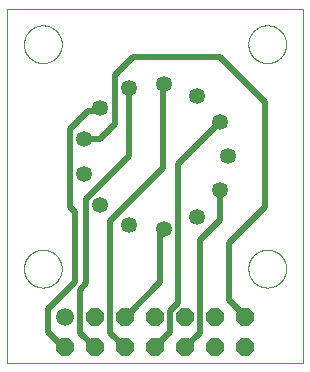
<source format=gbl>
G75*
%MOIN*%
%OFA0B0*%
%FSLAX25Y25*%
%IPPOS*%
%LPD*%
%AMOC8*
5,1,8,0,0,1.08239X$1,22.5*
%
%ADD10C,0.00000*%
%ADD11C,0.05307*%
%ADD12C,0.05937*%
%ADD13OC8,0.05937*%
%ADD14C,0.02000*%
D10*
X0001000Y0010264D02*
X0001000Y0128374D01*
X0099425Y0128374D01*
X0099425Y0010264D01*
X0001000Y0010264D01*
X0006512Y0041760D02*
X0006514Y0041918D01*
X0006520Y0042076D01*
X0006530Y0042234D01*
X0006544Y0042392D01*
X0006562Y0042549D01*
X0006583Y0042706D01*
X0006609Y0042862D01*
X0006639Y0043018D01*
X0006672Y0043173D01*
X0006710Y0043326D01*
X0006751Y0043479D01*
X0006796Y0043631D01*
X0006845Y0043782D01*
X0006898Y0043931D01*
X0006954Y0044079D01*
X0007014Y0044225D01*
X0007078Y0044370D01*
X0007146Y0044513D01*
X0007217Y0044655D01*
X0007291Y0044795D01*
X0007369Y0044932D01*
X0007451Y0045068D01*
X0007535Y0045202D01*
X0007624Y0045333D01*
X0007715Y0045462D01*
X0007810Y0045589D01*
X0007907Y0045714D01*
X0008008Y0045836D01*
X0008112Y0045955D01*
X0008219Y0046072D01*
X0008329Y0046186D01*
X0008442Y0046297D01*
X0008557Y0046406D01*
X0008675Y0046511D01*
X0008796Y0046613D01*
X0008919Y0046713D01*
X0009045Y0046809D01*
X0009173Y0046902D01*
X0009303Y0046992D01*
X0009436Y0047078D01*
X0009571Y0047162D01*
X0009707Y0047241D01*
X0009846Y0047318D01*
X0009987Y0047390D01*
X0010129Y0047460D01*
X0010273Y0047525D01*
X0010419Y0047587D01*
X0010566Y0047645D01*
X0010715Y0047700D01*
X0010865Y0047751D01*
X0011016Y0047798D01*
X0011168Y0047841D01*
X0011321Y0047880D01*
X0011476Y0047916D01*
X0011631Y0047947D01*
X0011787Y0047975D01*
X0011943Y0047999D01*
X0012100Y0048019D01*
X0012258Y0048035D01*
X0012415Y0048047D01*
X0012574Y0048055D01*
X0012732Y0048059D01*
X0012890Y0048059D01*
X0013048Y0048055D01*
X0013207Y0048047D01*
X0013364Y0048035D01*
X0013522Y0048019D01*
X0013679Y0047999D01*
X0013835Y0047975D01*
X0013991Y0047947D01*
X0014146Y0047916D01*
X0014301Y0047880D01*
X0014454Y0047841D01*
X0014606Y0047798D01*
X0014757Y0047751D01*
X0014907Y0047700D01*
X0015056Y0047645D01*
X0015203Y0047587D01*
X0015349Y0047525D01*
X0015493Y0047460D01*
X0015635Y0047390D01*
X0015776Y0047318D01*
X0015915Y0047241D01*
X0016051Y0047162D01*
X0016186Y0047078D01*
X0016319Y0046992D01*
X0016449Y0046902D01*
X0016577Y0046809D01*
X0016703Y0046713D01*
X0016826Y0046613D01*
X0016947Y0046511D01*
X0017065Y0046406D01*
X0017180Y0046297D01*
X0017293Y0046186D01*
X0017403Y0046072D01*
X0017510Y0045955D01*
X0017614Y0045836D01*
X0017715Y0045714D01*
X0017812Y0045589D01*
X0017907Y0045462D01*
X0017998Y0045333D01*
X0018087Y0045202D01*
X0018171Y0045068D01*
X0018253Y0044932D01*
X0018331Y0044795D01*
X0018405Y0044655D01*
X0018476Y0044513D01*
X0018544Y0044370D01*
X0018608Y0044225D01*
X0018668Y0044079D01*
X0018724Y0043931D01*
X0018777Y0043782D01*
X0018826Y0043631D01*
X0018871Y0043479D01*
X0018912Y0043326D01*
X0018950Y0043173D01*
X0018983Y0043018D01*
X0019013Y0042862D01*
X0019039Y0042706D01*
X0019060Y0042549D01*
X0019078Y0042392D01*
X0019092Y0042234D01*
X0019102Y0042076D01*
X0019108Y0041918D01*
X0019110Y0041760D01*
X0019108Y0041602D01*
X0019102Y0041444D01*
X0019092Y0041286D01*
X0019078Y0041128D01*
X0019060Y0040971D01*
X0019039Y0040814D01*
X0019013Y0040658D01*
X0018983Y0040502D01*
X0018950Y0040347D01*
X0018912Y0040194D01*
X0018871Y0040041D01*
X0018826Y0039889D01*
X0018777Y0039738D01*
X0018724Y0039589D01*
X0018668Y0039441D01*
X0018608Y0039295D01*
X0018544Y0039150D01*
X0018476Y0039007D01*
X0018405Y0038865D01*
X0018331Y0038725D01*
X0018253Y0038588D01*
X0018171Y0038452D01*
X0018087Y0038318D01*
X0017998Y0038187D01*
X0017907Y0038058D01*
X0017812Y0037931D01*
X0017715Y0037806D01*
X0017614Y0037684D01*
X0017510Y0037565D01*
X0017403Y0037448D01*
X0017293Y0037334D01*
X0017180Y0037223D01*
X0017065Y0037114D01*
X0016947Y0037009D01*
X0016826Y0036907D01*
X0016703Y0036807D01*
X0016577Y0036711D01*
X0016449Y0036618D01*
X0016319Y0036528D01*
X0016186Y0036442D01*
X0016051Y0036358D01*
X0015915Y0036279D01*
X0015776Y0036202D01*
X0015635Y0036130D01*
X0015493Y0036060D01*
X0015349Y0035995D01*
X0015203Y0035933D01*
X0015056Y0035875D01*
X0014907Y0035820D01*
X0014757Y0035769D01*
X0014606Y0035722D01*
X0014454Y0035679D01*
X0014301Y0035640D01*
X0014146Y0035604D01*
X0013991Y0035573D01*
X0013835Y0035545D01*
X0013679Y0035521D01*
X0013522Y0035501D01*
X0013364Y0035485D01*
X0013207Y0035473D01*
X0013048Y0035465D01*
X0012890Y0035461D01*
X0012732Y0035461D01*
X0012574Y0035465D01*
X0012415Y0035473D01*
X0012258Y0035485D01*
X0012100Y0035501D01*
X0011943Y0035521D01*
X0011787Y0035545D01*
X0011631Y0035573D01*
X0011476Y0035604D01*
X0011321Y0035640D01*
X0011168Y0035679D01*
X0011016Y0035722D01*
X0010865Y0035769D01*
X0010715Y0035820D01*
X0010566Y0035875D01*
X0010419Y0035933D01*
X0010273Y0035995D01*
X0010129Y0036060D01*
X0009987Y0036130D01*
X0009846Y0036202D01*
X0009707Y0036279D01*
X0009571Y0036358D01*
X0009436Y0036442D01*
X0009303Y0036528D01*
X0009173Y0036618D01*
X0009045Y0036711D01*
X0008919Y0036807D01*
X0008796Y0036907D01*
X0008675Y0037009D01*
X0008557Y0037114D01*
X0008442Y0037223D01*
X0008329Y0037334D01*
X0008219Y0037448D01*
X0008112Y0037565D01*
X0008008Y0037684D01*
X0007907Y0037806D01*
X0007810Y0037931D01*
X0007715Y0038058D01*
X0007624Y0038187D01*
X0007535Y0038318D01*
X0007451Y0038452D01*
X0007369Y0038588D01*
X0007291Y0038725D01*
X0007217Y0038865D01*
X0007146Y0039007D01*
X0007078Y0039150D01*
X0007014Y0039295D01*
X0006954Y0039441D01*
X0006898Y0039589D01*
X0006845Y0039738D01*
X0006796Y0039889D01*
X0006751Y0040041D01*
X0006710Y0040194D01*
X0006672Y0040347D01*
X0006639Y0040502D01*
X0006609Y0040658D01*
X0006583Y0040814D01*
X0006562Y0040971D01*
X0006544Y0041128D01*
X0006530Y0041286D01*
X0006520Y0041444D01*
X0006514Y0041602D01*
X0006512Y0041760D01*
X0006512Y0116563D02*
X0006514Y0116721D01*
X0006520Y0116879D01*
X0006530Y0117037D01*
X0006544Y0117195D01*
X0006562Y0117352D01*
X0006583Y0117509D01*
X0006609Y0117665D01*
X0006639Y0117821D01*
X0006672Y0117976D01*
X0006710Y0118129D01*
X0006751Y0118282D01*
X0006796Y0118434D01*
X0006845Y0118585D01*
X0006898Y0118734D01*
X0006954Y0118882D01*
X0007014Y0119028D01*
X0007078Y0119173D01*
X0007146Y0119316D01*
X0007217Y0119458D01*
X0007291Y0119598D01*
X0007369Y0119735D01*
X0007451Y0119871D01*
X0007535Y0120005D01*
X0007624Y0120136D01*
X0007715Y0120265D01*
X0007810Y0120392D01*
X0007907Y0120517D01*
X0008008Y0120639D01*
X0008112Y0120758D01*
X0008219Y0120875D01*
X0008329Y0120989D01*
X0008442Y0121100D01*
X0008557Y0121209D01*
X0008675Y0121314D01*
X0008796Y0121416D01*
X0008919Y0121516D01*
X0009045Y0121612D01*
X0009173Y0121705D01*
X0009303Y0121795D01*
X0009436Y0121881D01*
X0009571Y0121965D01*
X0009707Y0122044D01*
X0009846Y0122121D01*
X0009987Y0122193D01*
X0010129Y0122263D01*
X0010273Y0122328D01*
X0010419Y0122390D01*
X0010566Y0122448D01*
X0010715Y0122503D01*
X0010865Y0122554D01*
X0011016Y0122601D01*
X0011168Y0122644D01*
X0011321Y0122683D01*
X0011476Y0122719D01*
X0011631Y0122750D01*
X0011787Y0122778D01*
X0011943Y0122802D01*
X0012100Y0122822D01*
X0012258Y0122838D01*
X0012415Y0122850D01*
X0012574Y0122858D01*
X0012732Y0122862D01*
X0012890Y0122862D01*
X0013048Y0122858D01*
X0013207Y0122850D01*
X0013364Y0122838D01*
X0013522Y0122822D01*
X0013679Y0122802D01*
X0013835Y0122778D01*
X0013991Y0122750D01*
X0014146Y0122719D01*
X0014301Y0122683D01*
X0014454Y0122644D01*
X0014606Y0122601D01*
X0014757Y0122554D01*
X0014907Y0122503D01*
X0015056Y0122448D01*
X0015203Y0122390D01*
X0015349Y0122328D01*
X0015493Y0122263D01*
X0015635Y0122193D01*
X0015776Y0122121D01*
X0015915Y0122044D01*
X0016051Y0121965D01*
X0016186Y0121881D01*
X0016319Y0121795D01*
X0016449Y0121705D01*
X0016577Y0121612D01*
X0016703Y0121516D01*
X0016826Y0121416D01*
X0016947Y0121314D01*
X0017065Y0121209D01*
X0017180Y0121100D01*
X0017293Y0120989D01*
X0017403Y0120875D01*
X0017510Y0120758D01*
X0017614Y0120639D01*
X0017715Y0120517D01*
X0017812Y0120392D01*
X0017907Y0120265D01*
X0017998Y0120136D01*
X0018087Y0120005D01*
X0018171Y0119871D01*
X0018253Y0119735D01*
X0018331Y0119598D01*
X0018405Y0119458D01*
X0018476Y0119316D01*
X0018544Y0119173D01*
X0018608Y0119028D01*
X0018668Y0118882D01*
X0018724Y0118734D01*
X0018777Y0118585D01*
X0018826Y0118434D01*
X0018871Y0118282D01*
X0018912Y0118129D01*
X0018950Y0117976D01*
X0018983Y0117821D01*
X0019013Y0117665D01*
X0019039Y0117509D01*
X0019060Y0117352D01*
X0019078Y0117195D01*
X0019092Y0117037D01*
X0019102Y0116879D01*
X0019108Y0116721D01*
X0019110Y0116563D01*
X0019108Y0116405D01*
X0019102Y0116247D01*
X0019092Y0116089D01*
X0019078Y0115931D01*
X0019060Y0115774D01*
X0019039Y0115617D01*
X0019013Y0115461D01*
X0018983Y0115305D01*
X0018950Y0115150D01*
X0018912Y0114997D01*
X0018871Y0114844D01*
X0018826Y0114692D01*
X0018777Y0114541D01*
X0018724Y0114392D01*
X0018668Y0114244D01*
X0018608Y0114098D01*
X0018544Y0113953D01*
X0018476Y0113810D01*
X0018405Y0113668D01*
X0018331Y0113528D01*
X0018253Y0113391D01*
X0018171Y0113255D01*
X0018087Y0113121D01*
X0017998Y0112990D01*
X0017907Y0112861D01*
X0017812Y0112734D01*
X0017715Y0112609D01*
X0017614Y0112487D01*
X0017510Y0112368D01*
X0017403Y0112251D01*
X0017293Y0112137D01*
X0017180Y0112026D01*
X0017065Y0111917D01*
X0016947Y0111812D01*
X0016826Y0111710D01*
X0016703Y0111610D01*
X0016577Y0111514D01*
X0016449Y0111421D01*
X0016319Y0111331D01*
X0016186Y0111245D01*
X0016051Y0111161D01*
X0015915Y0111082D01*
X0015776Y0111005D01*
X0015635Y0110933D01*
X0015493Y0110863D01*
X0015349Y0110798D01*
X0015203Y0110736D01*
X0015056Y0110678D01*
X0014907Y0110623D01*
X0014757Y0110572D01*
X0014606Y0110525D01*
X0014454Y0110482D01*
X0014301Y0110443D01*
X0014146Y0110407D01*
X0013991Y0110376D01*
X0013835Y0110348D01*
X0013679Y0110324D01*
X0013522Y0110304D01*
X0013364Y0110288D01*
X0013207Y0110276D01*
X0013048Y0110268D01*
X0012890Y0110264D01*
X0012732Y0110264D01*
X0012574Y0110268D01*
X0012415Y0110276D01*
X0012258Y0110288D01*
X0012100Y0110304D01*
X0011943Y0110324D01*
X0011787Y0110348D01*
X0011631Y0110376D01*
X0011476Y0110407D01*
X0011321Y0110443D01*
X0011168Y0110482D01*
X0011016Y0110525D01*
X0010865Y0110572D01*
X0010715Y0110623D01*
X0010566Y0110678D01*
X0010419Y0110736D01*
X0010273Y0110798D01*
X0010129Y0110863D01*
X0009987Y0110933D01*
X0009846Y0111005D01*
X0009707Y0111082D01*
X0009571Y0111161D01*
X0009436Y0111245D01*
X0009303Y0111331D01*
X0009173Y0111421D01*
X0009045Y0111514D01*
X0008919Y0111610D01*
X0008796Y0111710D01*
X0008675Y0111812D01*
X0008557Y0111917D01*
X0008442Y0112026D01*
X0008329Y0112137D01*
X0008219Y0112251D01*
X0008112Y0112368D01*
X0008008Y0112487D01*
X0007907Y0112609D01*
X0007810Y0112734D01*
X0007715Y0112861D01*
X0007624Y0112990D01*
X0007535Y0113121D01*
X0007451Y0113255D01*
X0007369Y0113391D01*
X0007291Y0113528D01*
X0007217Y0113668D01*
X0007146Y0113810D01*
X0007078Y0113953D01*
X0007014Y0114098D01*
X0006954Y0114244D01*
X0006898Y0114392D01*
X0006845Y0114541D01*
X0006796Y0114692D01*
X0006751Y0114844D01*
X0006710Y0114997D01*
X0006672Y0115150D01*
X0006639Y0115305D01*
X0006609Y0115461D01*
X0006583Y0115617D01*
X0006562Y0115774D01*
X0006544Y0115931D01*
X0006530Y0116089D01*
X0006520Y0116247D01*
X0006514Y0116405D01*
X0006512Y0116563D01*
X0081315Y0116563D02*
X0081317Y0116721D01*
X0081323Y0116879D01*
X0081333Y0117037D01*
X0081347Y0117195D01*
X0081365Y0117352D01*
X0081386Y0117509D01*
X0081412Y0117665D01*
X0081442Y0117821D01*
X0081475Y0117976D01*
X0081513Y0118129D01*
X0081554Y0118282D01*
X0081599Y0118434D01*
X0081648Y0118585D01*
X0081701Y0118734D01*
X0081757Y0118882D01*
X0081817Y0119028D01*
X0081881Y0119173D01*
X0081949Y0119316D01*
X0082020Y0119458D01*
X0082094Y0119598D01*
X0082172Y0119735D01*
X0082254Y0119871D01*
X0082338Y0120005D01*
X0082427Y0120136D01*
X0082518Y0120265D01*
X0082613Y0120392D01*
X0082710Y0120517D01*
X0082811Y0120639D01*
X0082915Y0120758D01*
X0083022Y0120875D01*
X0083132Y0120989D01*
X0083245Y0121100D01*
X0083360Y0121209D01*
X0083478Y0121314D01*
X0083599Y0121416D01*
X0083722Y0121516D01*
X0083848Y0121612D01*
X0083976Y0121705D01*
X0084106Y0121795D01*
X0084239Y0121881D01*
X0084374Y0121965D01*
X0084510Y0122044D01*
X0084649Y0122121D01*
X0084790Y0122193D01*
X0084932Y0122263D01*
X0085076Y0122328D01*
X0085222Y0122390D01*
X0085369Y0122448D01*
X0085518Y0122503D01*
X0085668Y0122554D01*
X0085819Y0122601D01*
X0085971Y0122644D01*
X0086124Y0122683D01*
X0086279Y0122719D01*
X0086434Y0122750D01*
X0086590Y0122778D01*
X0086746Y0122802D01*
X0086903Y0122822D01*
X0087061Y0122838D01*
X0087218Y0122850D01*
X0087377Y0122858D01*
X0087535Y0122862D01*
X0087693Y0122862D01*
X0087851Y0122858D01*
X0088010Y0122850D01*
X0088167Y0122838D01*
X0088325Y0122822D01*
X0088482Y0122802D01*
X0088638Y0122778D01*
X0088794Y0122750D01*
X0088949Y0122719D01*
X0089104Y0122683D01*
X0089257Y0122644D01*
X0089409Y0122601D01*
X0089560Y0122554D01*
X0089710Y0122503D01*
X0089859Y0122448D01*
X0090006Y0122390D01*
X0090152Y0122328D01*
X0090296Y0122263D01*
X0090438Y0122193D01*
X0090579Y0122121D01*
X0090718Y0122044D01*
X0090854Y0121965D01*
X0090989Y0121881D01*
X0091122Y0121795D01*
X0091252Y0121705D01*
X0091380Y0121612D01*
X0091506Y0121516D01*
X0091629Y0121416D01*
X0091750Y0121314D01*
X0091868Y0121209D01*
X0091983Y0121100D01*
X0092096Y0120989D01*
X0092206Y0120875D01*
X0092313Y0120758D01*
X0092417Y0120639D01*
X0092518Y0120517D01*
X0092615Y0120392D01*
X0092710Y0120265D01*
X0092801Y0120136D01*
X0092890Y0120005D01*
X0092974Y0119871D01*
X0093056Y0119735D01*
X0093134Y0119598D01*
X0093208Y0119458D01*
X0093279Y0119316D01*
X0093347Y0119173D01*
X0093411Y0119028D01*
X0093471Y0118882D01*
X0093527Y0118734D01*
X0093580Y0118585D01*
X0093629Y0118434D01*
X0093674Y0118282D01*
X0093715Y0118129D01*
X0093753Y0117976D01*
X0093786Y0117821D01*
X0093816Y0117665D01*
X0093842Y0117509D01*
X0093863Y0117352D01*
X0093881Y0117195D01*
X0093895Y0117037D01*
X0093905Y0116879D01*
X0093911Y0116721D01*
X0093913Y0116563D01*
X0093911Y0116405D01*
X0093905Y0116247D01*
X0093895Y0116089D01*
X0093881Y0115931D01*
X0093863Y0115774D01*
X0093842Y0115617D01*
X0093816Y0115461D01*
X0093786Y0115305D01*
X0093753Y0115150D01*
X0093715Y0114997D01*
X0093674Y0114844D01*
X0093629Y0114692D01*
X0093580Y0114541D01*
X0093527Y0114392D01*
X0093471Y0114244D01*
X0093411Y0114098D01*
X0093347Y0113953D01*
X0093279Y0113810D01*
X0093208Y0113668D01*
X0093134Y0113528D01*
X0093056Y0113391D01*
X0092974Y0113255D01*
X0092890Y0113121D01*
X0092801Y0112990D01*
X0092710Y0112861D01*
X0092615Y0112734D01*
X0092518Y0112609D01*
X0092417Y0112487D01*
X0092313Y0112368D01*
X0092206Y0112251D01*
X0092096Y0112137D01*
X0091983Y0112026D01*
X0091868Y0111917D01*
X0091750Y0111812D01*
X0091629Y0111710D01*
X0091506Y0111610D01*
X0091380Y0111514D01*
X0091252Y0111421D01*
X0091122Y0111331D01*
X0090989Y0111245D01*
X0090854Y0111161D01*
X0090718Y0111082D01*
X0090579Y0111005D01*
X0090438Y0110933D01*
X0090296Y0110863D01*
X0090152Y0110798D01*
X0090006Y0110736D01*
X0089859Y0110678D01*
X0089710Y0110623D01*
X0089560Y0110572D01*
X0089409Y0110525D01*
X0089257Y0110482D01*
X0089104Y0110443D01*
X0088949Y0110407D01*
X0088794Y0110376D01*
X0088638Y0110348D01*
X0088482Y0110324D01*
X0088325Y0110304D01*
X0088167Y0110288D01*
X0088010Y0110276D01*
X0087851Y0110268D01*
X0087693Y0110264D01*
X0087535Y0110264D01*
X0087377Y0110268D01*
X0087218Y0110276D01*
X0087061Y0110288D01*
X0086903Y0110304D01*
X0086746Y0110324D01*
X0086590Y0110348D01*
X0086434Y0110376D01*
X0086279Y0110407D01*
X0086124Y0110443D01*
X0085971Y0110482D01*
X0085819Y0110525D01*
X0085668Y0110572D01*
X0085518Y0110623D01*
X0085369Y0110678D01*
X0085222Y0110736D01*
X0085076Y0110798D01*
X0084932Y0110863D01*
X0084790Y0110933D01*
X0084649Y0111005D01*
X0084510Y0111082D01*
X0084374Y0111161D01*
X0084239Y0111245D01*
X0084106Y0111331D01*
X0083976Y0111421D01*
X0083848Y0111514D01*
X0083722Y0111610D01*
X0083599Y0111710D01*
X0083478Y0111812D01*
X0083360Y0111917D01*
X0083245Y0112026D01*
X0083132Y0112137D01*
X0083022Y0112251D01*
X0082915Y0112368D01*
X0082811Y0112487D01*
X0082710Y0112609D01*
X0082613Y0112734D01*
X0082518Y0112861D01*
X0082427Y0112990D01*
X0082338Y0113121D01*
X0082254Y0113255D01*
X0082172Y0113391D01*
X0082094Y0113528D01*
X0082020Y0113668D01*
X0081949Y0113810D01*
X0081881Y0113953D01*
X0081817Y0114098D01*
X0081757Y0114244D01*
X0081701Y0114392D01*
X0081648Y0114541D01*
X0081599Y0114692D01*
X0081554Y0114844D01*
X0081513Y0114997D01*
X0081475Y0115150D01*
X0081442Y0115305D01*
X0081412Y0115461D01*
X0081386Y0115617D01*
X0081365Y0115774D01*
X0081347Y0115931D01*
X0081333Y0116089D01*
X0081323Y0116247D01*
X0081317Y0116405D01*
X0081315Y0116563D01*
X0081315Y0041760D02*
X0081317Y0041918D01*
X0081323Y0042076D01*
X0081333Y0042234D01*
X0081347Y0042392D01*
X0081365Y0042549D01*
X0081386Y0042706D01*
X0081412Y0042862D01*
X0081442Y0043018D01*
X0081475Y0043173D01*
X0081513Y0043326D01*
X0081554Y0043479D01*
X0081599Y0043631D01*
X0081648Y0043782D01*
X0081701Y0043931D01*
X0081757Y0044079D01*
X0081817Y0044225D01*
X0081881Y0044370D01*
X0081949Y0044513D01*
X0082020Y0044655D01*
X0082094Y0044795D01*
X0082172Y0044932D01*
X0082254Y0045068D01*
X0082338Y0045202D01*
X0082427Y0045333D01*
X0082518Y0045462D01*
X0082613Y0045589D01*
X0082710Y0045714D01*
X0082811Y0045836D01*
X0082915Y0045955D01*
X0083022Y0046072D01*
X0083132Y0046186D01*
X0083245Y0046297D01*
X0083360Y0046406D01*
X0083478Y0046511D01*
X0083599Y0046613D01*
X0083722Y0046713D01*
X0083848Y0046809D01*
X0083976Y0046902D01*
X0084106Y0046992D01*
X0084239Y0047078D01*
X0084374Y0047162D01*
X0084510Y0047241D01*
X0084649Y0047318D01*
X0084790Y0047390D01*
X0084932Y0047460D01*
X0085076Y0047525D01*
X0085222Y0047587D01*
X0085369Y0047645D01*
X0085518Y0047700D01*
X0085668Y0047751D01*
X0085819Y0047798D01*
X0085971Y0047841D01*
X0086124Y0047880D01*
X0086279Y0047916D01*
X0086434Y0047947D01*
X0086590Y0047975D01*
X0086746Y0047999D01*
X0086903Y0048019D01*
X0087061Y0048035D01*
X0087218Y0048047D01*
X0087377Y0048055D01*
X0087535Y0048059D01*
X0087693Y0048059D01*
X0087851Y0048055D01*
X0088010Y0048047D01*
X0088167Y0048035D01*
X0088325Y0048019D01*
X0088482Y0047999D01*
X0088638Y0047975D01*
X0088794Y0047947D01*
X0088949Y0047916D01*
X0089104Y0047880D01*
X0089257Y0047841D01*
X0089409Y0047798D01*
X0089560Y0047751D01*
X0089710Y0047700D01*
X0089859Y0047645D01*
X0090006Y0047587D01*
X0090152Y0047525D01*
X0090296Y0047460D01*
X0090438Y0047390D01*
X0090579Y0047318D01*
X0090718Y0047241D01*
X0090854Y0047162D01*
X0090989Y0047078D01*
X0091122Y0046992D01*
X0091252Y0046902D01*
X0091380Y0046809D01*
X0091506Y0046713D01*
X0091629Y0046613D01*
X0091750Y0046511D01*
X0091868Y0046406D01*
X0091983Y0046297D01*
X0092096Y0046186D01*
X0092206Y0046072D01*
X0092313Y0045955D01*
X0092417Y0045836D01*
X0092518Y0045714D01*
X0092615Y0045589D01*
X0092710Y0045462D01*
X0092801Y0045333D01*
X0092890Y0045202D01*
X0092974Y0045068D01*
X0093056Y0044932D01*
X0093134Y0044795D01*
X0093208Y0044655D01*
X0093279Y0044513D01*
X0093347Y0044370D01*
X0093411Y0044225D01*
X0093471Y0044079D01*
X0093527Y0043931D01*
X0093580Y0043782D01*
X0093629Y0043631D01*
X0093674Y0043479D01*
X0093715Y0043326D01*
X0093753Y0043173D01*
X0093786Y0043018D01*
X0093816Y0042862D01*
X0093842Y0042706D01*
X0093863Y0042549D01*
X0093881Y0042392D01*
X0093895Y0042234D01*
X0093905Y0042076D01*
X0093911Y0041918D01*
X0093913Y0041760D01*
X0093911Y0041602D01*
X0093905Y0041444D01*
X0093895Y0041286D01*
X0093881Y0041128D01*
X0093863Y0040971D01*
X0093842Y0040814D01*
X0093816Y0040658D01*
X0093786Y0040502D01*
X0093753Y0040347D01*
X0093715Y0040194D01*
X0093674Y0040041D01*
X0093629Y0039889D01*
X0093580Y0039738D01*
X0093527Y0039589D01*
X0093471Y0039441D01*
X0093411Y0039295D01*
X0093347Y0039150D01*
X0093279Y0039007D01*
X0093208Y0038865D01*
X0093134Y0038725D01*
X0093056Y0038588D01*
X0092974Y0038452D01*
X0092890Y0038318D01*
X0092801Y0038187D01*
X0092710Y0038058D01*
X0092615Y0037931D01*
X0092518Y0037806D01*
X0092417Y0037684D01*
X0092313Y0037565D01*
X0092206Y0037448D01*
X0092096Y0037334D01*
X0091983Y0037223D01*
X0091868Y0037114D01*
X0091750Y0037009D01*
X0091629Y0036907D01*
X0091506Y0036807D01*
X0091380Y0036711D01*
X0091252Y0036618D01*
X0091122Y0036528D01*
X0090989Y0036442D01*
X0090854Y0036358D01*
X0090718Y0036279D01*
X0090579Y0036202D01*
X0090438Y0036130D01*
X0090296Y0036060D01*
X0090152Y0035995D01*
X0090006Y0035933D01*
X0089859Y0035875D01*
X0089710Y0035820D01*
X0089560Y0035769D01*
X0089409Y0035722D01*
X0089257Y0035679D01*
X0089104Y0035640D01*
X0088949Y0035604D01*
X0088794Y0035573D01*
X0088638Y0035545D01*
X0088482Y0035521D01*
X0088325Y0035501D01*
X0088167Y0035485D01*
X0088010Y0035473D01*
X0087851Y0035465D01*
X0087693Y0035461D01*
X0087535Y0035461D01*
X0087377Y0035465D01*
X0087218Y0035473D01*
X0087061Y0035485D01*
X0086903Y0035501D01*
X0086746Y0035521D01*
X0086590Y0035545D01*
X0086434Y0035573D01*
X0086279Y0035604D01*
X0086124Y0035640D01*
X0085971Y0035679D01*
X0085819Y0035722D01*
X0085668Y0035769D01*
X0085518Y0035820D01*
X0085369Y0035875D01*
X0085222Y0035933D01*
X0085076Y0035995D01*
X0084932Y0036060D01*
X0084790Y0036130D01*
X0084649Y0036202D01*
X0084510Y0036279D01*
X0084374Y0036358D01*
X0084239Y0036442D01*
X0084106Y0036528D01*
X0083976Y0036618D01*
X0083848Y0036711D01*
X0083722Y0036807D01*
X0083599Y0036907D01*
X0083478Y0037009D01*
X0083360Y0037114D01*
X0083245Y0037223D01*
X0083132Y0037334D01*
X0083022Y0037448D01*
X0082915Y0037565D01*
X0082811Y0037684D01*
X0082710Y0037806D01*
X0082613Y0037931D01*
X0082518Y0038058D01*
X0082427Y0038187D01*
X0082338Y0038318D01*
X0082254Y0038452D01*
X0082172Y0038588D01*
X0082094Y0038725D01*
X0082020Y0038865D01*
X0081949Y0039007D01*
X0081881Y0039150D01*
X0081817Y0039295D01*
X0081757Y0039441D01*
X0081701Y0039589D01*
X0081648Y0039738D01*
X0081599Y0039889D01*
X0081554Y0040041D01*
X0081513Y0040194D01*
X0081475Y0040347D01*
X0081442Y0040502D01*
X0081412Y0040658D01*
X0081386Y0040814D01*
X0081365Y0040971D01*
X0081347Y0041128D01*
X0081333Y0041286D01*
X0081323Y0041444D01*
X0081317Y0041602D01*
X0081315Y0041760D01*
D11*
X0064056Y0059106D03*
X0071791Y0067836D03*
X0074582Y0079161D03*
X0071791Y0090487D03*
X0064056Y0099217D03*
X0053150Y0103354D03*
X0041571Y0101948D03*
X0031972Y0095322D03*
X0026551Y0084993D03*
X0026551Y0073330D03*
X0031972Y0063001D03*
X0041571Y0056375D03*
X0053150Y0054969D03*
D12*
X0020213Y0025500D03*
D13*
X0020213Y0015500D03*
X0030213Y0015500D03*
X0030213Y0025500D03*
X0040213Y0025500D03*
X0040213Y0015500D03*
X0050213Y0015500D03*
X0050213Y0025500D03*
X0060213Y0025500D03*
X0060213Y0015500D03*
X0070213Y0015500D03*
X0070213Y0025500D03*
X0080213Y0025500D03*
X0080213Y0015500D03*
D14*
X0080213Y0025500D02*
X0080213Y0026051D01*
X0075000Y0031264D01*
X0075000Y0050264D01*
X0087000Y0062264D01*
X0087000Y0097264D01*
X0072000Y0112264D01*
X0043000Y0112264D01*
X0036917Y0106181D01*
X0036917Y0090181D01*
X0036452Y0089716D01*
X0031730Y0084993D01*
X0026551Y0084993D01*
X0022000Y0087024D02*
X0021897Y0086921D01*
X0021897Y0062367D01*
X0023500Y0060764D01*
X0023500Y0037264D01*
X0014500Y0028264D01*
X0014500Y0020764D01*
X0019000Y0016264D01*
X0020213Y0015500D01*
X0025260Y0020453D02*
X0025260Y0023426D01*
X0025244Y0023442D01*
X0025244Y0034765D01*
X0027318Y0036839D01*
X0027318Y0064929D01*
X0041571Y0079182D01*
X0041571Y0101948D01*
X0031972Y0095322D02*
X0031000Y0094264D01*
X0028000Y0094264D01*
X0022000Y0088264D01*
X0022000Y0087024D01*
X0035260Y0057524D02*
X0035260Y0027574D01*
X0035244Y0027558D01*
X0035244Y0020469D01*
X0040213Y0015500D01*
X0040213Y0025500D02*
X0041500Y0026764D01*
X0052000Y0037264D01*
X0052000Y0053764D01*
X0053150Y0054969D01*
X0065181Y0051445D02*
X0065181Y0023442D01*
X0065165Y0023426D01*
X0065165Y0020453D01*
X0060213Y0015500D01*
X0055244Y0020531D02*
X0055244Y0027558D01*
X0058000Y0030314D01*
X0058000Y0076696D01*
X0071791Y0090487D01*
X0071791Y0067836D02*
X0071791Y0058055D01*
X0065181Y0051445D01*
X0053000Y0075264D02*
X0053000Y0103204D01*
X0053150Y0103354D01*
X0053000Y0075264D02*
X0035260Y0057524D01*
X0025260Y0020453D02*
X0030213Y0015500D01*
X0050213Y0015500D02*
X0055244Y0020531D01*
M02*

</source>
